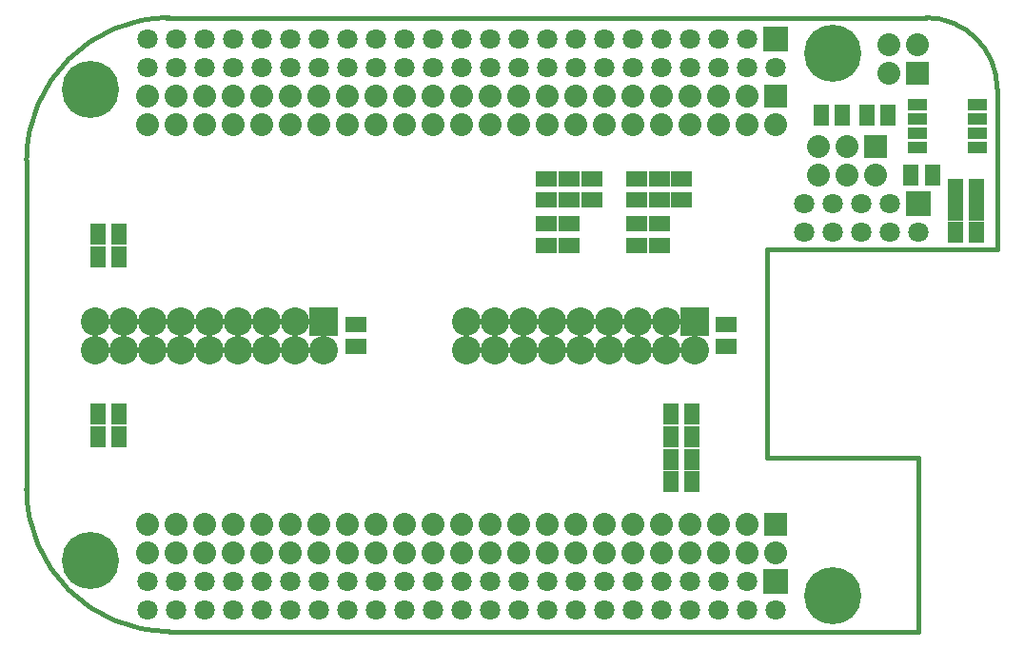
<source format=gts>
G04 (created by PCBNEW (25-Oct-2014 BZR 4029)-stable) date Wed 18 Mar 2015 08:41:43 PM EET*
%MOIN*%
G04 Gerber Fmt 3.4, Leading zero omitted, Abs format*
%FSLAX34Y34*%
G01*
G70*
G90*
G04 APERTURE LIST*
%ADD10C,0.00590551*%
%ADD11C,0.015*%
%ADD12R,0.08X0.08*%
%ADD13C,0.08*%
%ADD14R,0.065X0.04*%
%ADD15R,0.055X0.075*%
%ADD16C,0.2*%
%ADD17R,0.085X0.085*%
%ADD18C,0.0712*%
%ADD19R,0.1X0.1*%
%ADD20C,0.1*%
%ADD21R,0.075X0.055*%
G04 APERTURE END LIST*
G54D10*
G54D11*
X29174Y0D02*
X5262Y0D01*
X9200Y-21500D02*
X9250Y-21500D01*
X5066Y-21500D02*
X28651Y-21500D01*
X31250Y-15400D02*
X25950Y-15400D01*
X31250Y-21500D02*
X28500Y-21500D01*
X31250Y-21500D02*
X31250Y-15450D01*
X5250Y0D02*
X4900Y0D01*
X25200Y0D02*
X27250Y0D01*
X27250Y-21500D02*
X25250Y-21500D01*
X5000Y-21500D02*
X5250Y-21500D01*
X27250Y-21500D02*
X28500Y-21500D01*
X27250Y0D02*
X28500Y0D01*
X25950Y-8100D02*
X25950Y-15400D01*
X34000Y-8100D02*
X25950Y-8100D01*
X34000Y-7900D02*
X34000Y-8100D01*
X28400Y0D02*
X31500Y0D01*
X0Y-5000D02*
X0Y-16500D01*
X34000Y-2500D02*
X34000Y-7950D01*
X34000Y-2500D02*
G75*
G03X31500Y0I-2500J0D01*
G74*
G01*
X0Y-16500D02*
G75*
G03X5000Y-21500I5000J0D01*
G74*
G01*
X5000Y0D02*
G75*
G03X0Y-5000I0J-5000D01*
G74*
G01*
G54D12*
X26250Y-2750D03*
G54D13*
X26250Y-3750D03*
X21250Y-2750D03*
X25250Y-3750D03*
X20250Y-2750D03*
X24250Y-3750D03*
X19250Y-2750D03*
X23250Y-3750D03*
X18250Y-2750D03*
X22250Y-3750D03*
X17250Y-2750D03*
X21250Y-3750D03*
X16250Y-2750D03*
X20250Y-3750D03*
X15250Y-2750D03*
X19250Y-3750D03*
X14250Y-2750D03*
X18250Y-3750D03*
X13250Y-2750D03*
X17250Y-3750D03*
X12250Y-2750D03*
X16250Y-3750D03*
X11250Y-2750D03*
X15250Y-3750D03*
X14250Y-3750D03*
X10250Y-2750D03*
X13250Y-3750D03*
X11250Y-3750D03*
X10250Y-3750D03*
X9250Y-3750D03*
X8250Y-3750D03*
X9250Y-2750D03*
X8250Y-2750D03*
X25250Y-2750D03*
X24250Y-2750D03*
X23250Y-2750D03*
X22250Y-2750D03*
X7250Y-2750D03*
X7250Y-3750D03*
X12250Y-3750D03*
X6250Y-2750D03*
X6250Y-3750D03*
X5250Y-2750D03*
X5250Y-3750D03*
X4250Y-2750D03*
X4250Y-3750D03*
G54D12*
X26250Y-17750D03*
G54D13*
X26250Y-18750D03*
X21250Y-17750D03*
X25250Y-18750D03*
X20250Y-17750D03*
X24250Y-18750D03*
X19250Y-17750D03*
X23250Y-18750D03*
X18250Y-17750D03*
X22250Y-18750D03*
X17250Y-17750D03*
X21250Y-18750D03*
X16250Y-17750D03*
X20250Y-18750D03*
X15250Y-17750D03*
X19250Y-18750D03*
X14250Y-17750D03*
X18250Y-18750D03*
X13250Y-17750D03*
X17250Y-18750D03*
X12250Y-17750D03*
X16250Y-18750D03*
X11250Y-17750D03*
X15250Y-18750D03*
X14250Y-18750D03*
X10250Y-17750D03*
X13250Y-18750D03*
X11250Y-18750D03*
X10250Y-18750D03*
X9250Y-18750D03*
X8250Y-18750D03*
X9250Y-17750D03*
X8250Y-17750D03*
X25250Y-17750D03*
X24250Y-17750D03*
X23250Y-17750D03*
X22250Y-17750D03*
X7250Y-17750D03*
X7250Y-18750D03*
X12250Y-18750D03*
X6250Y-17750D03*
X6250Y-18750D03*
X5250Y-17750D03*
X5250Y-18750D03*
X4250Y-17750D03*
X4250Y-18750D03*
G54D12*
X29750Y-4500D03*
G54D13*
X29750Y-5500D03*
X28750Y-4500D03*
X28750Y-5500D03*
X27750Y-4500D03*
X27750Y-5500D03*
G54D14*
X31200Y-4550D03*
X33300Y-4550D03*
X31200Y-4050D03*
X31200Y-3550D03*
X31200Y-3050D03*
X33300Y-4050D03*
X33300Y-3550D03*
X33300Y-3050D03*
G54D15*
X30975Y-5500D03*
X31725Y-5500D03*
X28575Y-3400D03*
X27825Y-3400D03*
X29425Y-3400D03*
X30175Y-3400D03*
X32525Y-6750D03*
X33275Y-6750D03*
X32525Y-7500D03*
X33275Y-7500D03*
X32525Y-6000D03*
X33275Y-6000D03*
G54D12*
X31200Y-1950D03*
G54D13*
X30200Y-1950D03*
X31200Y-950D03*
X30200Y-950D03*
G54D16*
X2250Y-2500D03*
X28250Y-1250D03*
X28250Y-20250D03*
X2250Y-19000D03*
G54D17*
X26250Y-750D03*
G54D18*
X26250Y-1750D03*
X25250Y-750D03*
X25250Y-1750D03*
X24250Y-750D03*
X24250Y-1750D03*
X23250Y-750D03*
X23250Y-1750D03*
X22250Y-750D03*
X22250Y-1750D03*
X21250Y-750D03*
X21250Y-1750D03*
X20250Y-750D03*
X20250Y-1750D03*
X19250Y-750D03*
X19250Y-1750D03*
X18250Y-750D03*
X18250Y-1750D03*
X17250Y-750D03*
X17250Y-1750D03*
X16250Y-750D03*
X16250Y-1750D03*
X15250Y-750D03*
X15250Y-1750D03*
X14250Y-750D03*
X14250Y-1750D03*
X13250Y-750D03*
X13250Y-1750D03*
X12250Y-750D03*
X12250Y-1750D03*
X11250Y-750D03*
X11250Y-1750D03*
X10250Y-750D03*
X10250Y-1750D03*
X9250Y-750D03*
X9250Y-1750D03*
X8250Y-750D03*
X8250Y-1750D03*
X7250Y-750D03*
X7250Y-1750D03*
X6250Y-750D03*
X6250Y-1750D03*
X5250Y-750D03*
X5250Y-1750D03*
X4250Y-750D03*
X4250Y-1750D03*
G54D17*
X26250Y-19750D03*
G54D18*
X26250Y-20750D03*
X25250Y-19750D03*
X25250Y-20750D03*
X24250Y-19750D03*
X24250Y-20750D03*
X23250Y-19750D03*
X23250Y-20750D03*
X22250Y-19750D03*
X22250Y-20750D03*
X21250Y-19750D03*
X21250Y-20750D03*
X20250Y-19750D03*
X20250Y-20750D03*
X19250Y-19750D03*
X19250Y-20750D03*
X18250Y-19750D03*
X18250Y-20750D03*
X17250Y-19750D03*
X17250Y-20750D03*
X16250Y-19750D03*
X16250Y-20750D03*
X15250Y-19750D03*
X15250Y-20750D03*
X14250Y-19750D03*
X14250Y-20750D03*
X13250Y-19750D03*
X13250Y-20750D03*
X12250Y-19750D03*
X12250Y-20750D03*
X11250Y-19750D03*
X11250Y-20750D03*
X10250Y-19750D03*
X10250Y-20750D03*
X9250Y-19750D03*
X9250Y-20750D03*
X8250Y-19750D03*
X8250Y-20750D03*
X7250Y-19750D03*
X7250Y-20750D03*
X6250Y-19750D03*
X6250Y-20750D03*
X5250Y-19750D03*
X5250Y-20750D03*
X4250Y-19750D03*
X4250Y-20750D03*
G54D17*
X31250Y-6500D03*
G54D18*
X31250Y-7500D03*
X30250Y-6500D03*
X30250Y-7500D03*
X29250Y-6500D03*
X29250Y-7500D03*
X28250Y-6500D03*
X28250Y-7500D03*
X27250Y-6500D03*
X27250Y-7500D03*
G54D19*
X10407Y-10639D03*
G54D20*
X10407Y-11639D03*
X9407Y-10639D03*
X9407Y-11639D03*
X8407Y-10639D03*
X8407Y-11639D03*
X7407Y-10639D03*
X7407Y-11639D03*
X6407Y-10639D03*
X6407Y-11639D03*
X5407Y-10639D03*
X5407Y-11639D03*
X4407Y-10639D03*
X4407Y-11639D03*
X3407Y-10639D03*
X3407Y-11639D03*
X2407Y-10639D03*
X2407Y-11639D03*
G54D19*
X23399Y-10639D03*
G54D20*
X23399Y-11639D03*
X22399Y-10639D03*
X22399Y-11639D03*
X21399Y-10639D03*
X21399Y-11639D03*
X20399Y-10639D03*
X20399Y-11639D03*
X19399Y-10639D03*
X19399Y-11639D03*
X18399Y-10639D03*
X18399Y-11639D03*
X17399Y-10639D03*
X17399Y-11639D03*
X16399Y-10639D03*
X16399Y-11639D03*
X15399Y-10639D03*
X15399Y-11639D03*
G54D15*
X2488Y-13895D03*
X3238Y-13895D03*
X2488Y-8383D03*
X3238Y-8383D03*
X22567Y-15470D03*
X23317Y-15470D03*
X22567Y-13895D03*
X23317Y-13895D03*
X3238Y-7596D03*
X2488Y-7596D03*
X2488Y-14683D03*
X3238Y-14683D03*
X23317Y-16257D03*
X22567Y-16257D03*
X22567Y-14683D03*
X23317Y-14683D03*
G54D21*
X22155Y-7221D03*
X22155Y-7971D03*
X22155Y-6396D03*
X22155Y-5646D03*
X19005Y-6396D03*
X19005Y-5646D03*
X19005Y-7221D03*
X19005Y-7971D03*
X21367Y-6396D03*
X21367Y-5646D03*
X21367Y-7221D03*
X21367Y-7971D03*
X18218Y-7221D03*
X18218Y-7971D03*
X18218Y-6396D03*
X18218Y-5646D03*
X11525Y-10764D03*
X11525Y-11514D03*
X24517Y-10764D03*
X24517Y-11514D03*
X19792Y-5646D03*
X19792Y-6396D03*
X22942Y-5646D03*
X22942Y-6396D03*
M02*

</source>
